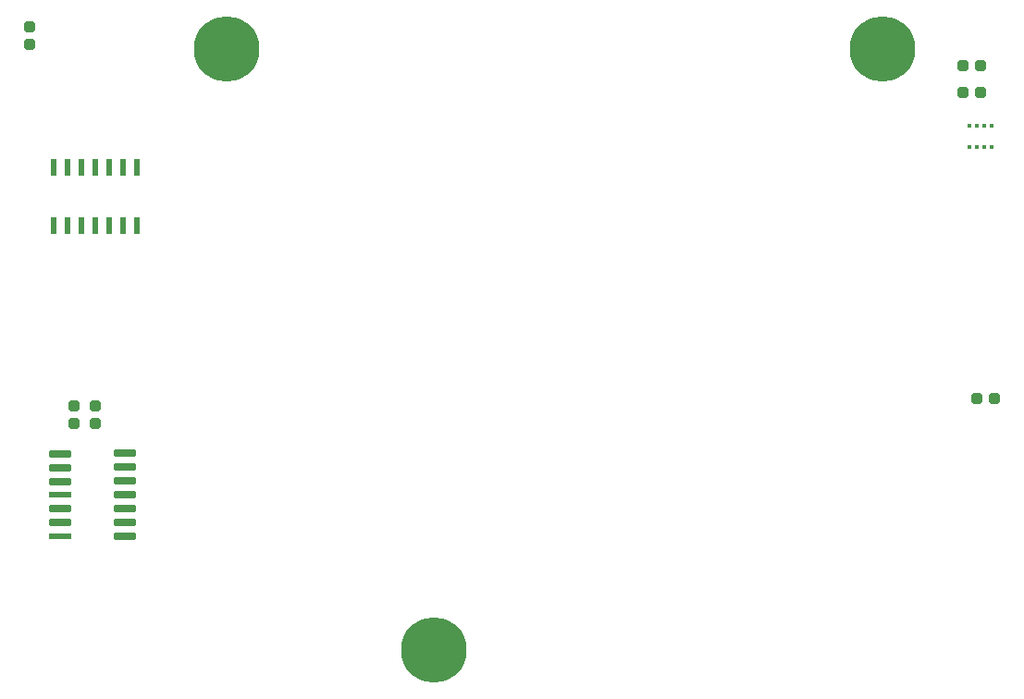
<source format=gbr>
%TF.GenerationSoftware,KiCad,Pcbnew,9.0.7-1.fc42*%
%TF.CreationDate,2026-02-03T17:14:12+01:00*%
%TF.ProjectId,air_sensor,6169725f-7365-46e7-936f-722e6b696361,rev?*%
%TF.SameCoordinates,Original*%
%TF.FileFunction,Paste,Top*%
%TF.FilePolarity,Positive*%
%FSLAX46Y46*%
G04 Gerber Fmt 4.6, Leading zero omitted, Abs format (unit mm)*
G04 Created by KiCad (PCBNEW 9.0.7-1.fc42) date 2026-02-03 17:14:12*
%MOMM*%
%LPD*%
G01*
G04 APERTURE LIST*
G04 Aperture macros list*
%AMRoundRect*
0 Rectangle with rounded corners*
0 $1 Rounding radius*
0 $2 $3 $4 $5 $6 $7 $8 $9 X,Y pos of 4 corners*
0 Add a 4 corners polygon primitive as box body*
4,1,4,$2,$3,$4,$5,$6,$7,$8,$9,$2,$3,0*
0 Add four circle primitives for the rounded corners*
1,1,$1+$1,$2,$3*
1,1,$1+$1,$4,$5*
1,1,$1+$1,$6,$7*
1,1,$1+$1,$8,$9*
0 Add four rect primitives between the rounded corners*
20,1,$1+$1,$2,$3,$4,$5,0*
20,1,$1+$1,$4,$5,$6,$7,0*
20,1,$1+$1,$6,$7,$8,$9,0*
20,1,$1+$1,$8,$9,$2,$3,0*%
G04 Aperture macros list end*
%ADD10RoundRect,0.142500X0.357500X-0.332500X0.357500X0.332500X-0.357500X0.332500X-0.357500X-0.332500X0*%
%ADD11RoundRect,0.090000X-0.947500X-0.210000X0.947500X-0.210000X0.947500X0.210000X-0.947500X0.210000X0*%
%ADD12RoundRect,0.088500X-0.949000X-0.206500X0.949000X-0.206500X0.949000X0.206500X-0.949000X0.206500X0*%
%ADD13RoundRect,0.091500X-0.946000X-0.213500X0.946000X-0.213500X0.946000X0.213500X-0.946000X0.213500X0*%
%ADD14RoundRect,0.082500X-0.192500X-0.667500X0.192500X-0.667500X0.192500X0.667500X-0.192500X0.667500X0*%
%ADD15R,0.350000X0.350000*%
%ADD16RoundRect,0.142500X0.332500X0.357500X-0.332500X0.357500X-0.332500X-0.357500X0.332500X-0.357500X0*%
%ADD17RoundRect,0.142500X-0.332500X-0.357500X0.332500X-0.357500X0.332500X0.357500X-0.332500X0.357500X0*%
%ADD18C,6.000000*%
G04 APERTURE END LIST*
D10*
%TO.C,C31*%
X116000000Y-78600000D03*
X116000000Y-77000000D03*
%TD*%
D11*
%TO.C,U7*%
X118800000Y-116050000D03*
X118800000Y-117320000D03*
X118800000Y-118590000D03*
D12*
X118800000Y-119855000D03*
D11*
X118800000Y-121120000D03*
X118800000Y-122390000D03*
D12*
X118800000Y-123655000D03*
D11*
X124725000Y-123660000D03*
X124725000Y-122390000D03*
X124725000Y-121120000D03*
X124725000Y-119850000D03*
X124725000Y-118580000D03*
X124725000Y-117310000D03*
D13*
X124725000Y-116045000D03*
%TD*%
D10*
%TO.C,C21*%
X120000000Y-113300000D03*
X120000000Y-111700000D03*
%TD*%
D14*
%TO.C,U8*%
X118190000Y-95200000D03*
X119460000Y-95200000D03*
X120730000Y-95200000D03*
X122000000Y-95200000D03*
X123270000Y-95200000D03*
X124540000Y-95200000D03*
X125810000Y-95200000D03*
X125800000Y-89800000D03*
X124530000Y-89800000D03*
X123260000Y-89800000D03*
X121990000Y-89800000D03*
X120730000Y-89800000D03*
X119460000Y-89800000D03*
X118190000Y-89800000D03*
%TD*%
D15*
%TO.C,S3*%
X202040000Y-86000000D03*
X202690000Y-86000000D03*
X203340000Y-86000000D03*
X204000000Y-86000000D03*
X204000000Y-87960000D03*
X203350000Y-87960000D03*
X202700000Y-87960000D03*
X202040000Y-87960000D03*
%TD*%
D10*
%TO.C,C22*%
X122000000Y-113300000D03*
X122000000Y-111700000D03*
%TD*%
D16*
%TO.C,C19*%
X203000000Y-83000000D03*
X201400000Y-83000000D03*
%TD*%
D17*
%TO.C,C20*%
X201400000Y-80500000D03*
X203000000Y-80500000D03*
%TD*%
D18*
%TO.C,REF\u002A\u002A*%
X194000000Y-79000000D03*
X134000000Y-79000000D03*
X153000000Y-134000000D03*
%TD*%
D17*
%TO.C,R1*%
X202700000Y-111000000D03*
X204300000Y-111000000D03*
%TD*%
M02*

</source>
